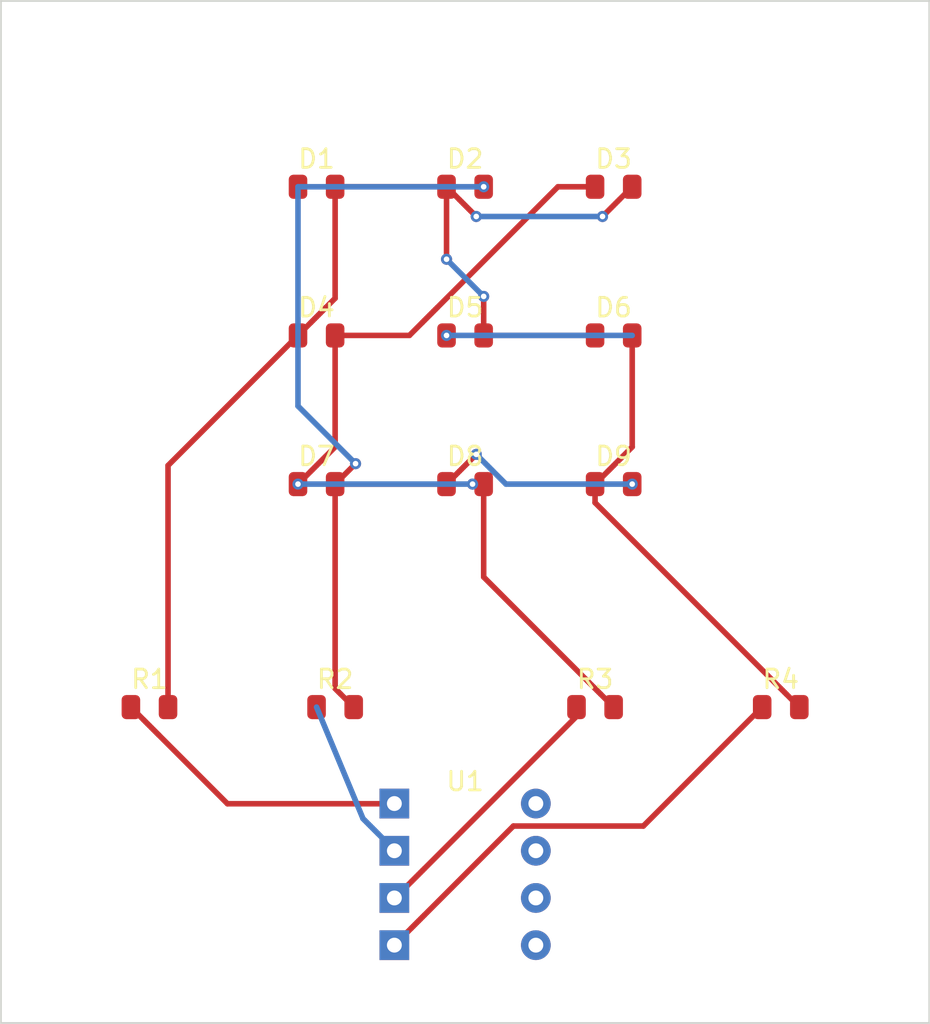
<source format=kicad_pcb>
(kicad_pcb (version 20240108) (generator "kicad-tools-demo") (generator_version "8.0")
  (layers (0 "F.Cu" signal) (31 "B.Cu" signal) (34 "B.Paste" user) (35 "F.Paste" user) (36 "B.SilkS" user "B.Silkscreen") (37 "F.SilkS" user "F.Silkscreen") (38 "B.Mask" user) (39 "F.Mask" user) (44 "Edge.Cuts" user))
  (net 0 "")
  (net 1 "LINE_A")
  (net 2 "LINE_B")
  (net 3 "LINE_C")
  (net 4 "LINE_D")
  (net 5 "NODE_A")
  (net 6 "NODE_B")
  (net 7 "NODE_C")
  (net 8 "NODE_D")
  (net 9 "VCC")
  (net 10 "GND")
  (gr_rect (start 100.0 100.0) (end 150.0 155.0) (stroke (width 0.1)) (fill none) (layer "Edge.Cuts"))
  (footprint "Package_DIP:DIP-8_W7.62mm" (layer "F.Cu") (at 125.0 147.0)
    (fp_text reference "U1" (at 0 -5) (layer "F.SilkS"))
    (fp_text value "MCU")
    (pad "1" thru_hole rect (at -3.810 -3.810) (size 1.6 1.6) (drill 0.8) (layers "*.Cu" "*.Mask") (net 1 "LINE_A"))
    (pad "2" thru_hole rect (at -3.810 -1.270) (size 1.6 1.6) (drill 0.8) (layers "*.Cu" "*.Mask") (net 2 "LINE_B"))
    (pad "3" thru_hole rect (at -3.810 1.270) (size 1.6 1.6) (drill 0.8) (layers "*.Cu" "*.Mask") (net 3 "LINE_C"))
    (pad "4" thru_hole rect (at -3.810 3.810) (size 1.6 1.6) (drill 0.8) (layers "*.Cu" "*.Mask") (net 4 "LINE_D"))
    (pad "5" thru_hole oval (at 3.810 3.810) (size 1.6 1.6) (drill 0.8) (layers "*.Cu" "*.Mask"))
    (pad "6" thru_hole oval (at 3.810 1.270) (size 1.6 1.6) (drill 0.8) (layers "*.Cu" "*.Mask"))
    (pad "7" thru_hole oval (at 3.810 -1.270) (size 1.6 1.6) (drill 0.8) (layers "*.Cu" "*.Mask") (net 9 "VCC"))
    (pad "8" thru_hole oval (at 3.810 -3.810) (size 1.6 1.6) (drill 0.8) (layers "*.Cu" "*.Mask") (net 10 "GND"))
  )
  (footprint "Resistor_SMD:R_0805_2012Metric" (layer "F.Cu") (at 108.0 138.0)
    (fp_text reference "R1" (at 0 -1.5) (layer "F.SilkS"))
    (fp_text value "330R")
    (pad "1" smd roundrect (at -1.0 0) (size 1.0 1.3) (layers "F.Cu" "F.Paste" "F.Mask") (net 1 "LINE_A"))
    (pad "2" smd roundrect (at 1.0 0) (size 1.0 1.3) (layers "F.Cu" "F.Paste" "F.Mask") (net 5 "NODE_A"))
  )
  (footprint "Resistor_SMD:R_0805_2012Metric" (layer "F.Cu") (at 118.0 138.0)
    (fp_text reference "R2" (at 0 -1.5) (layer "F.SilkS"))
    (fp_text value "330R")
    (pad "1" smd roundrect (at -1.0 0) (size 1.0 1.3) (layers "F.Cu" "F.Paste" "F.Mask") (net 2 "LINE_B"))
    (pad "2" smd roundrect (at 1.0 0) (size 1.0 1.3) (layers "F.Cu" "F.Paste" "F.Mask") (net 6 "NODE_B"))
  )
  (footprint "Resistor_SMD:R_0805_2012Metric" (layer "F.Cu") (at 132.0 138.0)
    (fp_text reference "R3" (at 0 -1.5) (layer "F.SilkS"))
    (fp_text value "330R")
    (pad "1" smd roundrect (at -1.0 0) (size 1.0 1.3) (layers "F.Cu" "F.Paste" "F.Mask") (net 3 "LINE_C"))
    (pad "2" smd roundrect (at 1.0 0) (size 1.0 1.3) (layers "F.Cu" "F.Paste" "F.Mask") (net 7 "NODE_C"))
  )
  (footprint "Resistor_SMD:R_0805_2012Metric" (layer "F.Cu") (at 142.0 138.0)
    (fp_text reference "R4" (at 0 -1.5) (layer "F.SilkS"))
    (fp_text value "330R")
    (pad "1" smd roundrect (at -1.0 0) (size 1.0 1.3) (layers "F.Cu" "F.Paste" "F.Mask") (net 4 "LINE_D"))
    (pad "2" smd roundrect (at 1.0 0) (size 1.0 1.3) (layers "F.Cu" "F.Paste" "F.Mask") (net 8 "NODE_D"))
  )
  (footprint "LED_SMD:LED_0805_2012Metric" (layer "F.Cu") (at 117.0 110.0)
    (fp_text reference "D1" (at 0 -1.5) (layer "F.SilkS") (effects (font (size 1.0 1.0))))
    (fp_text value "LED")
    (pad "1" smd roundrect (at -1.0 0) (size 1.0 1.3) (layers "F.Cu" "F.Paste" "F.Mask") (net 6 "NODE_B"))
    (pad "2" smd roundrect (at 1.0 0) (size 1.0 1.3) (layers "F.Cu" "F.Paste" "F.Mask") (net 5 "NODE_A"))
  )
  (footprint "LED_SMD:LED_0805_2012Metric" (layer "F.Cu") (at 125.0 110.0)
    (fp_text reference "D2" (at 0 -1.5) (layer "F.SilkS") (effects (font (size 1.0 1.0))))
    (fp_text value "LED")
    (pad "1" smd roundrect (at -1.0 0) (size 1.0 1.3) (layers "F.Cu" "F.Paste" "F.Mask") (net 5 "NODE_A"))
    (pad "2" smd roundrect (at 1.0 0) (size 1.0 1.3) (layers "F.Cu" "F.Paste" "F.Mask") (net 6 "NODE_B"))
  )
  (footprint "LED_SMD:LED_0805_2012Metric" (layer "F.Cu") (at 133.0 110.0)
    (fp_text reference "D3" (at 0 -1.5) (layer "F.SilkS") (effects (font (size 1.0 1.0))))
    (fp_text value "LED")
    (pad "1" smd roundrect (at -1.0 0) (size 1.0 1.3) (layers "F.Cu" "F.Paste" "F.Mask") (net 7 "NODE_C"))
    (pad "2" smd roundrect (at 1.0 0) (size 1.0 1.3) (layers "F.Cu" "F.Paste" "F.Mask") (net 5 "NODE_A"))
  )
  (footprint "LED_SMD:LED_0805_2012Metric" (layer "F.Cu") (at 117.0 118.0)
    (fp_text reference "D4" (at 0 -1.5) (layer "F.SilkS") (effects (font (size 1.0 1.0))))
    (fp_text value "LED")
    (pad "1" smd roundrect (at -1.0 0) (size 1.0 1.3) (layers "F.Cu" "F.Paste" "F.Mask") (net 5 "NODE_A"))
    (pad "2" smd roundrect (at 1.0 0) (size 1.0 1.3) (layers "F.Cu" "F.Paste" "F.Mask") (net 7 "NODE_C"))
  )
  (footprint "LED_SMD:LED_0805_2012Metric" (layer "F.Cu") (at 125.0 118.0)
    (fp_text reference "D5" (at 0 -1.5) (layer "F.SilkS") (effects (font (size 1.0 1.0))))
    (fp_text value "LED")
    (pad "1" smd roundrect (at -1.0 0) (size 1.0 1.3) (layers "F.Cu" "F.Paste" "F.Mask") (net 8 "NODE_D"))
    (pad "2" smd roundrect (at 1.0 0) (size 1.0 1.3) (layers "F.Cu" "F.Paste" "F.Mask") (net 5 "NODE_A"))
  )
  (footprint "LED_SMD:LED_0805_2012Metric" (layer "F.Cu") (at 133.0 118.0)
    (fp_text reference "D6" (at 0 -1.5) (layer "F.SilkS") (effects (font (size 1.0 1.0))))
    (fp_text value "LED")
    (pad "1" smd roundrect (at -1.0 0) (size 1.0 1.3) (layers "F.Cu" "F.Paste" "F.Mask") (net 5 "NODE_A"))
    (pad "2" smd roundrect (at 1.0 0) (size 1.0 1.3) (layers "F.Cu" "F.Paste" "F.Mask") (net 8 "NODE_D"))
  )
  (footprint "LED_SMD:LED_0805_2012Metric" (layer "F.Cu") (at 117.0 126.0)
    (fp_text reference "D7" (at 0 -1.5) (layer "F.SilkS") (effects (font (size 1.0 1.0))))
    (fp_text value "LED")
    (pad "1" smd roundrect (at -1.0 0) (size 1.0 1.3) (layers "F.Cu" "F.Paste" "F.Mask") (net 7 "NODE_C"))
    (pad "2" smd roundrect (at 1.0 0) (size 1.0 1.3) (layers "F.Cu" "F.Paste" "F.Mask") (net 6 "NODE_B"))
  )
  (footprint "LED_SMD:LED_0805_2012Metric" (layer "F.Cu") (at 125.0 126.0)
    (fp_text reference "D8" (at 0 -1.5) (layer "F.SilkS") (effects (font (size 1.0 1.0))))
    (fp_text value "LED")
    (pad "1" smd roundrect (at -1.0 0) (size 1.0 1.3) (layers "F.Cu" "F.Paste" "F.Mask") (net 6 "NODE_B"))
    (pad "2" smd roundrect (at 1.0 0) (size 1.0 1.3) (layers "F.Cu" "F.Paste" "F.Mask") (net 7 "NODE_C"))
  )
  (footprint "LED_SMD:LED_0805_2012Metric" (layer "F.Cu") (at 133.0 126.0)
    (fp_text reference "D9" (at 0 -1.5) (layer "F.SilkS") (effects (font (size 1.0 1.0))))
    (fp_text value "LED")
    (pad "1" smd roundrect (at -1.0 0) (size 1.0 1.3) (layers "F.Cu" "F.Paste" "F.Mask") (net 8 "NODE_D"))
    (pad "2" smd roundrect (at 1.0 0) (size 1.0 1.3) (layers "F.Cu" "F.Paste" "F.Mask") (net 6 "NODE_B"))
  )
  (segment (start 121.1900 143.1900) (end 121.2000 143.2000) (width 0.3) (layer "F.Cu") (net 1))
  (segment (start 121.2000 143.2000) (end 112.2000 143.2000) (width 0.3) (layer "F.Cu") (net 1))
  (segment (start 112.2000 143.2000) (end 108.5000 139.5000) (width 0.3) (layer "F.Cu") (net 1))
  (segment (start 108.5000 139.5000) (end 108.4000 139.4000) (width 0.3) (layer "F.Cu") (net 1))
  (segment (start 108.4000 139.4000) (end 108.3000 139.3000) (width 0.3) (layer "F.Cu") (net 1))
  (segment (start 108.3000 139.3000) (end 108.2000 139.2000) (width 0.3) (layer "F.Cu") (net 1))
  (segment (start 108.2000 139.2000) (end 108.1000 139.1000) (width 0.3) (layer "F.Cu") (net 1))
  (segment (start 108.1000 139.1000) (end 108.0000 139.0000) (width 0.3) (layer "F.Cu") (net 1))
  (segment (start 108.0000 139.0000) (end 107.9000 138.9000) (width 0.3) (layer "F.Cu") (net 1))
  (segment (start 107.9000 138.9000) (end 107.8000 138.8000) (width 0.3) (layer "F.Cu") (net 1))
  (segment (start 107.8000 138.8000) (end 107.7000 138.7000) (width 0.3) (layer "F.Cu") (net 1))
  (segment (start 107.7000 138.7000) (end 107.0000 138.0000) (width 0.3) (layer "F.Cu") (net 1))
  (segment (start 121.1900 145.7300) (end 121.2000 145.7000) (width 0.3) (layer "B.Cu") (net 2))
  (segment (start 121.2000 145.7000) (end 120.3000 144.8000) (width 0.3) (layer "B.Cu") (net 2))
  (segment (start 120.3000 144.8000) (end 120.2000 144.7000) (width 0.3) (layer "B.Cu") (net 2))
  (segment (start 120.2000 144.7000) (end 120.1000 144.6000) (width 0.3) (layer "B.Cu") (net 2))
  (segment (start 120.1000 144.6000) (end 120.0000 144.5000) (width 0.3) (layer "B.Cu") (net 2))
  (segment (start 120.0000 144.5000) (end 119.9000 144.4000) (width 0.3) (layer "B.Cu") (net 2))
  (segment (start 119.9000 144.4000) (end 119.8000 144.3000) (width 0.3) (layer "B.Cu") (net 2))
  (segment (start 119.8000 144.3000) (end 119.7000 144.2000) (width 0.3) (layer "B.Cu") (net 2))
  (segment (start 119.7000 144.2000) (end 119.6000 144.1000) (width 0.3) (layer "B.Cu") (net 2))
  (segment (start 119.6000 144.1000) (end 119.5000 144.0000) (width 0.3) (layer "B.Cu") (net 2))
  (segment (start 119.5000 144.0000) (end 117.0000 138.0000) (width 0.3) (layer "B.Cu") (net 2))
  (segment (start 121.1900 148.2700) (end 121.2000 148.3000) (width 0.3) (layer "F.Cu") (net 3))
  (segment (start 121.2000 148.3000) (end 122.1000 147.4000) (width 0.3) (layer "F.Cu") (net 3))
  (segment (start 122.1000 147.4000) (end 122.2000 147.3000) (width 0.3) (layer "F.Cu") (net 3))
  (segment (start 122.2000 147.3000) (end 122.3000 147.2000) (width 0.3) (layer "F.Cu") (net 3))
  (segment (start 122.3000 147.2000) (end 122.4000 147.1000) (width 0.3) (layer "F.Cu") (net 3))
  (segment (start 122.4000 147.1000) (end 122.5000 147.0000) (width 0.3) (layer "F.Cu") (net 3))
  (segment (start 122.5000 147.0000) (end 122.6000 146.9000) (width 0.3) (layer "F.Cu") (net 3))
  (segment (start 122.6000 146.9000) (end 122.7000 146.8000) (width 0.3) (layer "F.Cu") (net 3))
  (segment (start 122.7000 146.8000) (end 122.8000 146.7000) (width 0.3) (layer "F.Cu") (net 3))
  (segment (start 122.8000 146.7000) (end 131.0000 138.5000) (width 0.3) (layer "F.Cu") (net 3))
  (segment (start 131.0000 138.5000) (end 131.0000 138.0000) (width 0.3) (layer "F.Cu") (net 3))
  (segment (start 121.1900 150.8100) (end 122.1000 149.9000) (width 0.3) (layer "F.Cu") (net 4))
  (segment (start 122.1000 149.9000) (end 122.2000 149.8000) (width 0.3) (layer "F.Cu") (net 4))
  (segment (start 122.2000 149.8000) (end 122.3000 149.7000) (width 0.3) (layer "F.Cu") (net 4))
  (segment (start 122.3000 149.7000) (end 122.4000 149.6000) (width 0.3) (layer "F.Cu") (net 4))
  (segment (start 122.4000 149.6000) (end 122.5000 149.5000) (width 0.3) (layer "F.Cu") (net 4))
  (segment (start 122.5000 149.5000) (end 122.6000 149.4000) (width 0.3) (layer "F.Cu") (net 4))
  (segment (start 122.6000 149.4000) (end 122.7000 149.3000) (width 0.3) (layer "F.Cu") (net 4))
  (segment (start 122.7000 149.3000) (end 122.8000 149.2000) (width 0.3) (layer "F.Cu") (net 4))
  (segment (start 122.8000 149.2000) (end 127.6000 144.4000) (width 0.3) (layer "F.Cu") (net 4))
  (segment (start 127.6000 144.4000) (end 134.6000 144.4000) (width 0.3) (layer "F.Cu") (net 4))
  (segment (start 134.6000 144.4000) (end 141.0000 138.0000) (width 0.3) (layer "F.Cu") (net 4))
  (segment (start 132.0000 126.0000) (end 132.7000 125.3000) (width 0.3) (layer "F.Cu") (net 8))
  (segment (start 132.7000 125.3000) (end 132.8000 125.2000) (width 0.3) (layer "F.Cu") (net 8))
  (segment (start 132.8000 125.2000) (end 132.9000 125.1000) (width 0.3) (layer "F.Cu") (net 8))
  (segment (start 132.9000 125.1000) (end 133.0000 125.0000) (width 0.3) (layer "F.Cu") (net 8))
  (segment (start 133.0000 125.0000) (end 133.1000 124.9000) (width 0.3) (layer "F.Cu") (net 8))
  (segment (start 133.1000 124.9000) (end 133.2000 124.8000) (width 0.3) (layer "F.Cu") (net 8))
  (segment (start 133.2000 124.8000) (end 133.3000 124.7000) (width 0.3) (layer "F.Cu") (net 8))
  (segment (start 133.3000 124.7000) (end 133.4000 124.6000) (width 0.3) (layer "F.Cu") (net 8))
  (segment (start 133.4000 124.6000) (end 133.5000 124.5000) (width 0.3) (layer "F.Cu") (net 8))
  (segment (start 133.5000 124.5000) (end 134.0000 124.0000) (width 0.3) (layer "F.Cu") (net 8))
  (segment (start 134.0000 124.0000) (end 134.0000 118.0000) (width 0.3) (layer "F.Cu") (net 8))
  (segment (start 134.0000 118.0000) (end 124.0000 118.0000) (width 0.3) (layer "B.Cu") (net 8))
  (via (at 124.0000 118.0000) (size 0.6) (drill 0.3) (layers "B.Cu" "F.Cu") (net 8))
  (segment (start 143.0000 138.0000) (end 142.3000 137.3000) (width 0.3) (layer "F.Cu") (net 8))
  (segment (start 142.3000 137.3000) (end 142.2000 137.2000) (width 0.3) (layer "F.Cu") (net 8))
  (segment (start 142.2000 137.2000) (end 142.1000 137.1000) (width 0.3) (layer "F.Cu") (net 8))
  (segment (start 142.1000 137.1000) (end 142.0000 137.0000) (width 0.3) (layer "F.Cu") (net 8))
  (segment (start 142.0000 137.0000) (end 141.9000 136.9000) (width 0.3) (layer "F.Cu") (net 8))
  (segment (start 141.9000 136.9000) (end 141.8000 136.8000) (width 0.3) (layer "F.Cu") (net 8))
  (segment (start 141.8000 136.8000) (end 141.7000 136.7000) (width 0.3) (layer "F.Cu") (net 8))
  (segment (start 141.7000 136.7000) (end 141.6000 136.6000) (width 0.3) (layer "F.Cu") (net 8))
  (segment (start 141.6000 136.6000) (end 141.5000 136.5000) (width 0.3) (layer "F.Cu") (net 8))
  (segment (start 141.5000 136.5000) (end 132.0000 127.0000) (width 0.3) (layer "F.Cu") (net 8))
  (segment (start 132.0000 127.0000) (end 132.0000 126.0000) (width 0.3) (layer "F.Cu") (net 8))
  (segment (start 126.0000 126.0000) (end 125.4000 126.0000) (width 0.3) (layer "F.Cu") (net 7))
  (segment (start 125.4000 126.0000) (end 116.0000 126.0000) (width 0.3) (layer "B.Cu") (net 7))
  (via (at 125.4000 126.0000) (size 0.6) (drill 0.3) (layers "F.Cu" "B.Cu") (net 7))
  (via (at 116.0000 126.0000) (size 0.6) (drill 0.3) (layers "B.Cu" "F.Cu") (net 7))
  (segment (start 116.0000 126.0000) (end 116.7000 125.3000) (width 0.3) (layer "F.Cu") (net 7))
  (segment (start 116.7000 125.3000) (end 116.8000 125.2000) (width 0.3) (layer "F.Cu") (net 7))
  (segment (start 116.8000 125.2000) (end 116.9000 125.1000) (width 0.3) (layer "F.Cu") (net 7))
  (segment (start 116.9000 125.1000) (end 117.0000 125.0000) (width 0.3) (layer "F.Cu") (net 7))
  (segment (start 117.0000 125.0000) (end 117.1000 124.9000) (width 0.3) (layer "F.Cu") (net 7))
  (segment (start 117.1000 124.9000) (end 117.2000 124.8000) (width 0.3) (layer "F.Cu") (net 7))
  (segment (start 117.2000 124.8000) (end 117.3000 124.7000) (width 0.3) (layer "F.Cu") (net 7))
  (segment (start 117.3000 124.7000) (end 117.4000 124.6000) (width 0.3) (layer "F.Cu") (net 7))
  (segment (start 117.4000 124.6000) (end 117.5000 124.5000) (width 0.3) (layer "F.Cu") (net 7))
  (segment (start 117.5000 124.5000) (end 118.0000 124.0000) (width 0.3) (layer "F.Cu") (net 7))
  (segment (start 118.0000 124.0000) (end 118.0000 118.0000) (width 0.3) (layer "F.Cu") (net 7))
  (segment (start 133.0000 138.0000) (end 132.3000 137.3000) (width 0.3) (layer "F.Cu") (net 7))
  (segment (start 132.3000 137.3000) (end 132.2000 137.2000) (width 0.3) (layer "F.Cu") (net 7))
  (segment (start 132.2000 137.2000) (end 132.1000 137.1000) (width 0.3) (layer "F.Cu") (net 7))
  (segment (start 132.1000 137.1000) (end 132.0000 137.0000) (width 0.3) (layer "F.Cu") (net 7))
  (segment (start 132.0000 137.0000) (end 131.9000 136.9000) (width 0.3) (layer "F.Cu") (net 7))
  (segment (start 131.9000 136.9000) (end 131.8000 136.8000) (width 0.3) (layer "F.Cu") (net 7))
  (segment (start 131.8000 136.8000) (end 131.7000 136.7000) (width 0.3) (layer "F.Cu") (net 7))
  (segment (start 131.7000 136.7000) (end 131.6000 136.6000) (width 0.3) (layer "F.Cu") (net 7))
  (segment (start 131.6000 136.6000) (end 131.5000 136.5000) (width 0.3) (layer "F.Cu") (net 7))
  (segment (start 131.5000 136.5000) (end 126.0000 131.0000) (width 0.3) (layer "F.Cu") (net 7))
  (segment (start 126.0000 131.0000) (end 126.0000 126.0000) (width 0.3) (layer "F.Cu") (net 7))
  (segment (start 118.0000 118.0000) (end 122.0000 118.0000) (width 0.3) (layer "F.Cu") (net 7))
  (segment (start 122.0000 118.0000) (end 122.7000 117.3000) (width 0.3) (layer "F.Cu") (net 7))
  (segment (start 122.7000 117.3000) (end 122.8000 117.2000) (width 0.3) (layer "F.Cu") (net 7))
  (segment (start 122.8000 117.2000) (end 122.9000 117.1000) (width 0.3) (layer "F.Cu") (net 7))
  (segment (start 122.9000 117.1000) (end 123.0000 117.0000) (width 0.3) (layer "F.Cu") (net 7))
  (segment (start 123.0000 117.0000) (end 123.1000 116.9000) (width 0.3) (layer "F.Cu") (net 7))
  (segment (start 123.1000 116.9000) (end 123.2000 116.8000) (width 0.3) (layer "F.Cu") (net 7))
  (segment (start 123.2000 116.8000) (end 123.3000 116.7000) (width 0.3) (layer "F.Cu") (net 7))
  (segment (start 123.3000 116.7000) (end 123.4000 116.6000) (width 0.3) (layer "F.Cu") (net 7))
  (segment (start 123.4000 116.6000) (end 123.5000 116.5000) (width 0.3) (layer "F.Cu") (net 7))
  (segment (start 123.5000 116.5000) (end 130.0000 110.0000) (width 0.3) (layer "F.Cu") (net 7))
  (segment (start 130.0000 110.0000) (end 132.0000 110.0000) (width 0.3) (layer "F.Cu") (net 7))
  (segment (start 118.0000 126.0000) (end 124.0000 126.0000) (width 0.3) (layer "F.Cu") (net 6))
  (segment (start 124.0000 126.0000) (end 124.4000 125.6000) (width 0.3) (layer "F.Cu") (net 6))
  (segment (start 124.4000 125.6000) (end 124.5000 125.5000) (width 0.3) (layer "F.Cu") (net 6))
  (segment (start 124.5000 125.5000) (end 124.6000 125.4000) (width 0.3) (layer "F.Cu") (net 6))
  (segment (start 124.6000 125.4000) (end 124.7000 125.3000) (width 0.3) (layer "F.Cu") (net 6))
  (segment (start 124.7000 125.3000) (end 124.8000 125.2000) (width 0.3) (layer "F.Cu") (net 6))
  (segment (start 124.8000 125.2000) (end 124.9000 125.1000) (width 0.3) (layer "F.Cu") (net 6))
  (segment (start 124.9000 125.1000) (end 125.0000 125.0000) (width 0.3) (layer "F.Cu") (net 6))
  (segment (start 125.0000 125.0000) (end 125.1000 124.9000) (width 0.3) (layer "F.Cu") (net 6))
  (segment (start 125.1000 124.9000) (end 125.2000 124.8000) (width 0.3) (layer "F.Cu") (net 6))
  (segment (start 125.2000 124.8000) (end 125.3000 124.7000) (width 0.3) (layer "F.Cu") (net 6))
  (segment (start 125.3000 124.7000) (end 125.4000 124.6000) (width 0.3) (layer "F.Cu") (net 6))
  (segment (start 125.4000 124.6000) (end 125.5000 124.5000) (width 0.3) (layer "F.Cu") (net 6))
  (segment (start 125.5000 124.5000) (end 125.6000 124.4000) (width 0.3) (layer "F.Cu") (net 6))
  (segment (start 125.6000 124.4000) (end 126.1000 124.9000) (width 0.3) (layer "B.Cu") (net 6))
  (segment (start 126.1000 124.9000) (end 126.2000 125.0000) (width 0.3) (layer "B.Cu") (net 6))
  (segment (start 126.2000 125.0000) (end 126.3000 125.1000) (width 0.3) (layer "B.Cu") (net 6))
  (segment (start 126.3000 125.1000) (end 126.4000 125.2000) (width 0.3) (layer "B.Cu") (net 6))
  (segment (start 126.4000 125.2000) (end 126.5000 125.3000) (width 0.3) (layer "B.Cu") (net 6))
  (segment (start 126.5000 125.3000) (end 127.2000 126.0000) (width 0.3) (layer "B.Cu") (net 6))
  (segment (start 127.2000 126.0000) (end 134.0000 126.0000) (width 0.3) (layer "B.Cu") (net 6))
  (via (at 125.6000 124.4000) (size 0.6) (drill 0.3) (layers "F.Cu" "B.Cu") (net 6))
  (via (at 134.0000 126.0000) (size 0.6) (drill 0.3) (layers "B.Cu" "F.Cu") (net 6))
  (segment (start 116.0000 110.0000) (end 126.0000 110.0000) (width 0.3) (layer "B.Cu") (net 6))
  (via (at 126.0000 110.0000) (size 0.6) (drill 0.3) (layers "B.Cu" "F.Cu") (net 6))
  (segment (start 119.0000 138.0000) (end 118.3000 137.3000) (width 0.3) (layer "F.Cu") (net 6))
  (segment (start 118.3000 137.3000) (end 118.2000 137.2000) (width 0.3) (layer "F.Cu") (net 6))
  (segment (start 118.2000 137.2000) (end 118.1000 137.1000) (width 0.3) (layer "F.Cu") (net 6))
  (segment (start 118.1000 137.1000) (end 118.0000 137.0000) (width 0.3) (layer "F.Cu") (net 6))
  (segment (start 118.0000 137.0000) (end 118.0000 136.9000) (width 0.3) (layer "F.Cu") (net 6))
  (segment (start 118.0000 136.9000) (end 118.0000 136.8000) (width 0.3) (layer "F.Cu") (net 6))
  (segment (start 118.0000 136.8000) (end 118.0000 136.7000) (width 0.3) (layer "F.Cu") (net 6))
  (segment (start 118.0000 136.7000) (end 118.0000 136.6000) (width 0.3) (layer "F.Cu") (net 6))
  (segment (start 118.0000 136.6000) (end 118.0000 136.5000) (width 0.3) (layer "F.Cu") (net 6))
  (segment (start 118.0000 136.5000) (end 118.0000 126.0000) (width 0.3) (layer "F.Cu") (net 6))
  (segment (start 118.0000 126.0000) (end 119.1000 124.9000) (width 0.3) (layer "F.Cu") (net 6))
  (segment (start 119.1000 124.9000) (end 116.0000 121.8000) (width 0.3) (layer "B.Cu") (net 6))
  (segment (start 116.0000 121.8000) (end 116.0000 110.0000) (width 0.3) (layer "B.Cu") (net 6))
  (via (at 119.1000 124.9000) (size 0.6) (drill 0.3) (layers "F.Cu" "B.Cu") (net 6))
  (segment (start 118.0000 110.0000) (end 124.0000 110.0000) (width 0.3) (layer "F.Cu") (net 5))
  (segment (start 126.0000 118.0000) (end 132.0000 118.0000) (width 0.3) (layer "F.Cu") (net 5))
  (segment (start 116.0000 118.0000) (end 116.7000 117.3000) (width 0.3) (layer "F.Cu") (net 5))
  (segment (start 116.7000 117.3000) (end 116.8000 117.2000) (width 0.3) (layer "F.Cu") (net 5))
  (segment (start 116.8000 117.2000) (end 116.9000 117.1000) (width 0.3) (layer "F.Cu") (net 5))
  (segment (start 116.9000 117.1000) (end 117.0000 117.0000) (width 0.3) (layer "F.Cu") (net 5))
  (segment (start 117.0000 117.0000) (end 117.1000 116.9000) (width 0.3) (layer "F.Cu") (net 5))
  (segment (start 117.1000 116.9000) (end 117.2000 116.8000) (width 0.3) (layer "F.Cu") (net 5))
  (segment (start 117.2000 116.8000) (end 117.3000 116.7000) (width 0.3) (layer "F.Cu") (net 5))
  (segment (start 117.3000 116.7000) (end 117.4000 116.6000) (width 0.3) (layer "F.Cu") (net 5))
  (segment (start 117.4000 116.6000) (end 117.5000 116.5000) (width 0.3) (layer "F.Cu") (net 5))
  (segment (start 117.5000 116.5000) (end 118.0000 116.0000) (width 0.3) (layer "F.Cu") (net 5))
  (segment (start 118.0000 116.0000) (end 118.0000 110.0000) (width 0.3) (layer "F.Cu") (net 5))
  (segment (start 124.0000 110.0000) (end 124.7000 110.7000) (width 0.3) (layer "F.Cu") (net 5))
  (segment (start 124.7000 110.7000) (end 124.8000 110.8000) (width 0.3) (layer "F.Cu") (net 5))
  (segment (start 124.8000 110.8000) (end 124.9000 110.9000) (width 0.3) (layer "F.Cu") (net 5))
  (segment (start 124.9000 110.9000) (end 125.0000 111.0000) (width 0.3) (layer "F.Cu") (net 5))
  (segment (start 125.0000 111.0000) (end 125.1000 111.1000) (width 0.3) (layer "F.Cu") (net 5))
  (segment (start 125.1000 111.1000) (end 125.2000 111.2000) (width 0.3) (layer "F.Cu") (net 5))
  (segment (start 125.2000 111.2000) (end 125.3000 111.3000) (width 0.3) (layer "F.Cu") (net 5))
  (segment (start 125.3000 111.3000) (end 125.4000 111.4000) (width 0.3) (layer "F.Cu") (net 5))
  (segment (start 125.4000 111.4000) (end 125.5000 111.5000) (width 0.3) (layer "F.Cu") (net 5))
  (segment (start 125.5000 111.5000) (end 125.6000 111.6000) (width 0.3) (layer "F.Cu") (net 5))
  (segment (start 132.4000 111.6000) (end 132.5000 111.5000) (width 0.3) (layer "F.Cu") (net 5))
  (segment (start 132.5000 111.5000) (end 132.6000 111.4000) (width 0.3) (layer "F.Cu") (net 5))
  (segment (start 132.6000 111.4000) (end 132.7000 111.3000) (width 0.3) (layer "F.Cu") (net 5))
  (segment (start 132.7000 111.3000) (end 132.8000 111.2000) (width 0.3) (layer "F.Cu") (net 5))
  (segment (start 132.8000 111.2000) (end 132.9000 111.1000) (width 0.3) (layer "F.Cu") (net 5))
  (segment (start 132.9000 111.1000) (end 133.0000 111.0000) (width 0.3) (layer "F.Cu") (net 5))
  (segment (start 133.0000 111.0000) (end 133.1000 110.9000) (width 0.3) (layer "F.Cu") (net 5))
  (segment (start 133.1000 110.9000) (end 133.2000 110.8000) (width 0.3) (layer "F.Cu") (net 5))
  (segment (start 133.2000 110.8000) (end 133.3000 110.7000) (width 0.3) (layer "F.Cu") (net 5))
  (segment (start 133.3000 110.7000) (end 134.0000 110.0000) (width 0.3) (layer "F.Cu") (net 5))
  (segment (start 125.6000 111.6000) (end 132.4000 111.6000) (width 0.3) (layer "B.Cu") (net 5))
  (via (at 125.6000 111.6000) (size 0.6) (drill 0.3) (layers "F.Cu" "B.Cu") (net 5))
  (via (at 132.4000 111.6000) (size 0.6) (drill 0.3) (layers "B.Cu" "F.Cu") (net 5))
  (segment (start 124.0000 110.0000) (end 124.0000 113.9000) (width 0.3) (layer "F.Cu") (net 5))
  (segment (start 126.0000 115.9000) (end 126.0000 118.0000) (width 0.3) (layer "F.Cu") (net 5))
  (segment (start 124.0000 113.9000) (end 126.0000 115.9000) (width 0.3) (layer "B.Cu") (net 5))
  (via (at 124.0000 113.9000) (size 0.6) (drill 0.3) (layers "F.Cu" "B.Cu") (net 5))
  (via (at 126.0000 115.9000) (size 0.6) (drill 0.3) (layers "B.Cu" "F.Cu") (net 5))
  (segment (start 109.0000 138.0000) (end 109.0000 125.0000) (width 0.3) (layer "F.Cu") (net 5))
  (segment (start 109.0000 125.0000) (end 116.0000 118.0000) (width 0.3) (layer "F.Cu") (net 5))
)
</source>
